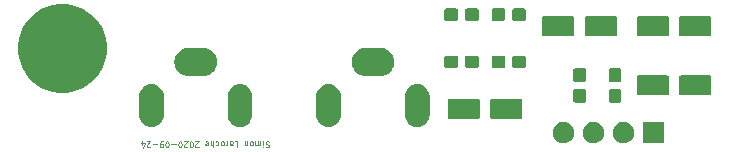
<source format=gbr>
%TF.GenerationSoftware,KiCad,Pcbnew,(5.1.6-0-10_14)*%
%TF.CreationDate,2020-09-24T20:20:29-04:00*%
%TF.ProjectId,zn-2 stereo breakout,7a6e2d32-2073-4746-9572-656f20627265,rev?*%
%TF.SameCoordinates,Original*%
%TF.FileFunction,Soldermask,Top*%
%TF.FilePolarity,Negative*%
%FSLAX46Y46*%
G04 Gerber Fmt 4.6, Leading zero omitted, Abs format (unit mm)*
G04 Created by KiCad (PCBNEW (5.1.6-0-10_14)) date 2020-09-24 20:20:29*
%MOMM*%
%LPD*%
G01*
G04 APERTURE LIST*
%ADD10C,0.125000*%
%ADD11C,0.100000*%
G04 APERTURE END LIST*
D10*
X117716666Y-54766619D02*
X117645238Y-54742809D01*
X117526190Y-54742809D01*
X117478571Y-54766619D01*
X117454761Y-54790428D01*
X117430952Y-54838047D01*
X117430952Y-54885666D01*
X117454761Y-54933285D01*
X117478571Y-54957095D01*
X117526190Y-54980904D01*
X117621428Y-55004714D01*
X117669047Y-55028523D01*
X117692857Y-55052333D01*
X117716666Y-55099952D01*
X117716666Y-55147571D01*
X117692857Y-55195190D01*
X117669047Y-55219000D01*
X117621428Y-55242809D01*
X117502380Y-55242809D01*
X117430952Y-55219000D01*
X117216666Y-54742809D02*
X117216666Y-55076142D01*
X117216666Y-55242809D02*
X117240476Y-55219000D01*
X117216666Y-55195190D01*
X117192857Y-55219000D01*
X117216666Y-55242809D01*
X117216666Y-55195190D01*
X116978571Y-54742809D02*
X116978571Y-55076142D01*
X116978571Y-55028523D02*
X116954761Y-55052333D01*
X116907142Y-55076142D01*
X116835714Y-55076142D01*
X116788095Y-55052333D01*
X116764285Y-55004714D01*
X116764285Y-54742809D01*
X116764285Y-55004714D02*
X116740476Y-55052333D01*
X116692857Y-55076142D01*
X116621428Y-55076142D01*
X116573809Y-55052333D01*
X116550000Y-55004714D01*
X116550000Y-54742809D01*
X116240476Y-54742809D02*
X116288095Y-54766619D01*
X116311904Y-54790428D01*
X116335714Y-54838047D01*
X116335714Y-54980904D01*
X116311904Y-55028523D01*
X116288095Y-55052333D01*
X116240476Y-55076142D01*
X116169047Y-55076142D01*
X116121428Y-55052333D01*
X116097619Y-55028523D01*
X116073809Y-54980904D01*
X116073809Y-54838047D01*
X116097619Y-54790428D01*
X116121428Y-54766619D01*
X116169047Y-54742809D01*
X116240476Y-54742809D01*
X115859523Y-55076142D02*
X115859523Y-54742809D01*
X115859523Y-55028523D02*
X115835714Y-55052333D01*
X115788095Y-55076142D01*
X115716666Y-55076142D01*
X115669047Y-55052333D01*
X115645238Y-55004714D01*
X115645238Y-54742809D01*
X114788095Y-54742809D02*
X115026190Y-54742809D01*
X115026190Y-55242809D01*
X114407142Y-54742809D02*
X114407142Y-55004714D01*
X114430952Y-55052333D01*
X114478571Y-55076142D01*
X114573809Y-55076142D01*
X114621428Y-55052333D01*
X114407142Y-54766619D02*
X114454761Y-54742809D01*
X114573809Y-54742809D01*
X114621428Y-54766619D01*
X114645238Y-54814238D01*
X114645238Y-54861857D01*
X114621428Y-54909476D01*
X114573809Y-54933285D01*
X114454761Y-54933285D01*
X114407142Y-54957095D01*
X114169047Y-54742809D02*
X114169047Y-55076142D01*
X114169047Y-54980904D02*
X114145238Y-55028523D01*
X114121428Y-55052333D01*
X114073809Y-55076142D01*
X114026190Y-55076142D01*
X113788095Y-54742809D02*
X113835714Y-54766619D01*
X113859523Y-54790428D01*
X113883333Y-54838047D01*
X113883333Y-54980904D01*
X113859523Y-55028523D01*
X113835714Y-55052333D01*
X113788095Y-55076142D01*
X113716666Y-55076142D01*
X113669047Y-55052333D01*
X113645238Y-55028523D01*
X113621428Y-54980904D01*
X113621428Y-54838047D01*
X113645238Y-54790428D01*
X113669047Y-54766619D01*
X113716666Y-54742809D01*
X113788095Y-54742809D01*
X113192857Y-54766619D02*
X113240476Y-54742809D01*
X113335714Y-54742809D01*
X113383333Y-54766619D01*
X113407142Y-54790428D01*
X113430952Y-54838047D01*
X113430952Y-54980904D01*
X113407142Y-55028523D01*
X113383333Y-55052333D01*
X113335714Y-55076142D01*
X113240476Y-55076142D01*
X113192857Y-55052333D01*
X112978571Y-54742809D02*
X112978571Y-55242809D01*
X112764285Y-54742809D02*
X112764285Y-55004714D01*
X112788095Y-55052333D01*
X112835714Y-55076142D01*
X112907142Y-55076142D01*
X112954761Y-55052333D01*
X112978571Y-55028523D01*
X112335714Y-54766619D02*
X112383333Y-54742809D01*
X112478571Y-54742809D01*
X112526190Y-54766619D01*
X112550000Y-54814238D01*
X112550000Y-55004714D01*
X112526190Y-55052333D01*
X112478571Y-55076142D01*
X112383333Y-55076142D01*
X112335714Y-55052333D01*
X112311904Y-55004714D01*
X112311904Y-54957095D01*
X112550000Y-54909476D01*
X111740476Y-55195190D02*
X111716666Y-55219000D01*
X111669047Y-55242809D01*
X111550000Y-55242809D01*
X111502380Y-55219000D01*
X111478571Y-55195190D01*
X111454761Y-55147571D01*
X111454761Y-55099952D01*
X111478571Y-55028523D01*
X111764285Y-54742809D01*
X111454761Y-54742809D01*
X111145238Y-55242809D02*
X111097619Y-55242809D01*
X111050000Y-55219000D01*
X111026190Y-55195190D01*
X111002380Y-55147571D01*
X110978571Y-55052333D01*
X110978571Y-54933285D01*
X111002380Y-54838047D01*
X111026190Y-54790428D01*
X111050000Y-54766619D01*
X111097619Y-54742809D01*
X111145238Y-54742809D01*
X111192857Y-54766619D01*
X111216666Y-54790428D01*
X111240476Y-54838047D01*
X111264285Y-54933285D01*
X111264285Y-55052333D01*
X111240476Y-55147571D01*
X111216666Y-55195190D01*
X111192857Y-55219000D01*
X111145238Y-55242809D01*
X110788095Y-55195190D02*
X110764285Y-55219000D01*
X110716666Y-55242809D01*
X110597619Y-55242809D01*
X110550000Y-55219000D01*
X110526190Y-55195190D01*
X110502380Y-55147571D01*
X110502380Y-55099952D01*
X110526190Y-55028523D01*
X110811904Y-54742809D01*
X110502380Y-54742809D01*
X110192857Y-55242809D02*
X110145238Y-55242809D01*
X110097619Y-55219000D01*
X110073809Y-55195190D01*
X110050000Y-55147571D01*
X110026190Y-55052333D01*
X110026190Y-54933285D01*
X110050000Y-54838047D01*
X110073809Y-54790428D01*
X110097619Y-54766619D01*
X110145238Y-54742809D01*
X110192857Y-54742809D01*
X110240476Y-54766619D01*
X110264285Y-54790428D01*
X110288095Y-54838047D01*
X110311904Y-54933285D01*
X110311904Y-55052333D01*
X110288095Y-55147571D01*
X110264285Y-55195190D01*
X110240476Y-55219000D01*
X110192857Y-55242809D01*
X109811904Y-54933285D02*
X109430952Y-54933285D01*
X109097619Y-55242809D02*
X109050000Y-55242809D01*
X109002380Y-55219000D01*
X108978571Y-55195190D01*
X108954761Y-55147571D01*
X108930952Y-55052333D01*
X108930952Y-54933285D01*
X108954761Y-54838047D01*
X108978571Y-54790428D01*
X109002380Y-54766619D01*
X109050000Y-54742809D01*
X109097619Y-54742809D01*
X109145238Y-54766619D01*
X109169047Y-54790428D01*
X109192857Y-54838047D01*
X109216666Y-54933285D01*
X109216666Y-55052333D01*
X109192857Y-55147571D01*
X109169047Y-55195190D01*
X109145238Y-55219000D01*
X109097619Y-55242809D01*
X108692857Y-54742809D02*
X108597619Y-54742809D01*
X108550000Y-54766619D01*
X108526190Y-54790428D01*
X108478571Y-54861857D01*
X108454761Y-54957095D01*
X108454761Y-55147571D01*
X108478571Y-55195190D01*
X108502380Y-55219000D01*
X108550000Y-55242809D01*
X108645238Y-55242809D01*
X108692857Y-55219000D01*
X108716666Y-55195190D01*
X108740476Y-55147571D01*
X108740476Y-55028523D01*
X108716666Y-54980904D01*
X108692857Y-54957095D01*
X108645238Y-54933285D01*
X108550000Y-54933285D01*
X108502380Y-54957095D01*
X108478571Y-54980904D01*
X108454761Y-55028523D01*
X108240476Y-54933285D02*
X107859523Y-54933285D01*
X107645238Y-55195190D02*
X107621428Y-55219000D01*
X107573809Y-55242809D01*
X107454761Y-55242809D01*
X107407142Y-55219000D01*
X107383333Y-55195190D01*
X107359523Y-55147571D01*
X107359523Y-55099952D01*
X107383333Y-55028523D01*
X107669047Y-54742809D01*
X107359523Y-54742809D01*
X106930952Y-55076142D02*
X106930952Y-54742809D01*
X107050000Y-55266619D02*
X107169047Y-54909476D01*
X106859523Y-54909476D01*
D11*
G36*
X151150000Y-54900000D02*
G01*
X149350000Y-54900000D01*
X149350000Y-53100000D01*
X151150000Y-53100000D01*
X151150000Y-54900000D01*
G37*
G36*
X147972520Y-53134586D02*
G01*
X148136310Y-53202430D01*
X148283717Y-53300924D01*
X148409076Y-53426283D01*
X148507570Y-53573690D01*
X148575414Y-53737480D01*
X148610000Y-53911358D01*
X148610000Y-54088642D01*
X148575414Y-54262520D01*
X148507570Y-54426310D01*
X148409076Y-54573717D01*
X148283717Y-54699076D01*
X148136310Y-54797570D01*
X147972520Y-54865414D01*
X147798642Y-54900000D01*
X147621358Y-54900000D01*
X147447480Y-54865414D01*
X147283690Y-54797570D01*
X147136283Y-54699076D01*
X147010924Y-54573717D01*
X146912430Y-54426310D01*
X146844586Y-54262520D01*
X146810000Y-54088642D01*
X146810000Y-53911358D01*
X146844586Y-53737480D01*
X146912430Y-53573690D01*
X147010924Y-53426283D01*
X147136283Y-53300924D01*
X147283690Y-53202430D01*
X147447480Y-53134586D01*
X147621358Y-53100000D01*
X147798642Y-53100000D01*
X147972520Y-53134586D01*
G37*
G36*
X145432520Y-53134586D02*
G01*
X145596310Y-53202430D01*
X145743717Y-53300924D01*
X145869076Y-53426283D01*
X145967570Y-53573690D01*
X146035414Y-53737480D01*
X146070000Y-53911358D01*
X146070000Y-54088642D01*
X146035414Y-54262520D01*
X145967570Y-54426310D01*
X145869076Y-54573717D01*
X145743717Y-54699076D01*
X145596310Y-54797570D01*
X145432520Y-54865414D01*
X145258642Y-54900000D01*
X145081358Y-54900000D01*
X144907480Y-54865414D01*
X144743690Y-54797570D01*
X144596283Y-54699076D01*
X144470924Y-54573717D01*
X144372430Y-54426310D01*
X144304586Y-54262520D01*
X144270000Y-54088642D01*
X144270000Y-53911358D01*
X144304586Y-53737480D01*
X144372430Y-53573690D01*
X144470924Y-53426283D01*
X144596283Y-53300924D01*
X144743690Y-53202430D01*
X144907480Y-53134586D01*
X145081358Y-53100000D01*
X145258642Y-53100000D01*
X145432520Y-53134586D01*
G37*
G36*
X142892520Y-53134586D02*
G01*
X143056310Y-53202430D01*
X143203717Y-53300924D01*
X143329076Y-53426283D01*
X143427570Y-53573690D01*
X143495414Y-53737480D01*
X143530000Y-53911358D01*
X143530000Y-54088642D01*
X143495414Y-54262520D01*
X143427570Y-54426310D01*
X143329076Y-54573717D01*
X143203717Y-54699076D01*
X143056310Y-54797570D01*
X142892520Y-54865414D01*
X142718642Y-54900000D01*
X142541358Y-54900000D01*
X142367480Y-54865414D01*
X142203690Y-54797570D01*
X142056283Y-54699076D01*
X141930924Y-54573717D01*
X141832430Y-54426310D01*
X141764586Y-54262520D01*
X141730000Y-54088642D01*
X141730000Y-53911358D01*
X141764586Y-53737480D01*
X141832430Y-53573690D01*
X141930924Y-53426283D01*
X142056283Y-53300924D01*
X142203690Y-53202430D01*
X142367480Y-53134586D01*
X142541358Y-53100000D01*
X142718642Y-53100000D01*
X142892520Y-53134586D01*
G37*
G36*
X107955837Y-49915193D02*
G01*
X108153763Y-49975233D01*
X108336171Y-50072732D01*
X108496054Y-50203946D01*
X108627268Y-50363829D01*
X108724767Y-50546237D01*
X108784807Y-50744163D01*
X108800000Y-50898422D01*
X108800000Y-52501578D01*
X108784807Y-52655837D01*
X108724767Y-52853763D01*
X108627268Y-53036171D01*
X108574884Y-53100000D01*
X108496054Y-53196054D01*
X108336171Y-53327267D01*
X108244966Y-53376017D01*
X108153762Y-53424767D01*
X107955836Y-53484807D01*
X107750000Y-53505080D01*
X107544163Y-53484807D01*
X107346237Y-53424767D01*
X107163829Y-53327268D01*
X107003946Y-53196054D01*
X106953501Y-53134587D01*
X106872733Y-53036171D01*
X106775234Y-52853763D01*
X106775233Y-52853762D01*
X106715193Y-52655836D01*
X106700000Y-52501577D01*
X106700000Y-50898422D01*
X106715193Y-50744164D01*
X106775234Y-50546238D01*
X106872733Y-50363829D01*
X107003947Y-50203946D01*
X107163830Y-50072732D01*
X107346238Y-49975233D01*
X107544164Y-49915193D01*
X107750000Y-49894920D01*
X107955837Y-49915193D01*
G37*
G36*
X115455837Y-49915193D02*
G01*
X115653763Y-49975233D01*
X115836171Y-50072732D01*
X115996054Y-50203946D01*
X116127268Y-50363829D01*
X116224767Y-50546237D01*
X116284807Y-50744163D01*
X116300000Y-50898422D01*
X116300000Y-52501578D01*
X116284807Y-52655837D01*
X116224767Y-52853763D01*
X116127268Y-53036171D01*
X116074884Y-53100000D01*
X115996054Y-53196054D01*
X115836171Y-53327267D01*
X115744966Y-53376017D01*
X115653762Y-53424767D01*
X115455836Y-53484807D01*
X115250000Y-53505080D01*
X115044163Y-53484807D01*
X114846237Y-53424767D01*
X114663829Y-53327268D01*
X114503946Y-53196054D01*
X114453501Y-53134587D01*
X114372733Y-53036171D01*
X114275234Y-52853763D01*
X114275233Y-52853762D01*
X114215193Y-52655836D01*
X114200000Y-52501577D01*
X114200000Y-50898422D01*
X114215193Y-50744164D01*
X114275234Y-50546238D01*
X114372733Y-50363829D01*
X114503947Y-50203946D01*
X114663830Y-50072732D01*
X114846238Y-49975233D01*
X115044164Y-49915193D01*
X115250000Y-49894920D01*
X115455837Y-49915193D01*
G37*
G36*
X122955837Y-49915193D02*
G01*
X123153763Y-49975233D01*
X123336171Y-50072732D01*
X123496054Y-50203946D01*
X123627268Y-50363829D01*
X123724767Y-50546237D01*
X123784807Y-50744163D01*
X123800000Y-50898422D01*
X123800000Y-52501578D01*
X123784807Y-52655837D01*
X123724767Y-52853763D01*
X123627268Y-53036171D01*
X123574884Y-53100000D01*
X123496054Y-53196054D01*
X123336171Y-53327267D01*
X123244966Y-53376017D01*
X123153762Y-53424767D01*
X122955836Y-53484807D01*
X122750000Y-53505080D01*
X122544163Y-53484807D01*
X122346237Y-53424767D01*
X122163829Y-53327268D01*
X122003946Y-53196054D01*
X121953501Y-53134587D01*
X121872733Y-53036171D01*
X121775234Y-52853763D01*
X121775233Y-52853762D01*
X121715193Y-52655836D01*
X121700000Y-52501577D01*
X121700000Y-50898422D01*
X121715193Y-50744164D01*
X121775234Y-50546238D01*
X121872733Y-50363829D01*
X122003947Y-50203946D01*
X122163830Y-50072732D01*
X122346238Y-49975233D01*
X122544164Y-49915193D01*
X122750000Y-49894920D01*
X122955837Y-49915193D01*
G37*
G36*
X130455837Y-49915193D02*
G01*
X130653763Y-49975233D01*
X130836171Y-50072732D01*
X130996054Y-50203946D01*
X131127268Y-50363829D01*
X131224767Y-50546237D01*
X131284807Y-50744163D01*
X131300000Y-50898422D01*
X131300000Y-52501578D01*
X131284807Y-52655837D01*
X131224767Y-52853763D01*
X131127268Y-53036171D01*
X131074884Y-53100000D01*
X130996054Y-53196054D01*
X130836171Y-53327267D01*
X130744966Y-53376017D01*
X130653762Y-53424767D01*
X130455836Y-53484807D01*
X130250000Y-53505080D01*
X130044163Y-53484807D01*
X129846237Y-53424767D01*
X129663829Y-53327268D01*
X129503946Y-53196054D01*
X129453501Y-53134587D01*
X129372733Y-53036171D01*
X129275234Y-52853763D01*
X129275233Y-52853762D01*
X129215193Y-52655836D01*
X129200000Y-52501577D01*
X129200000Y-50898422D01*
X129215193Y-50744164D01*
X129275234Y-50546238D01*
X129372733Y-50363829D01*
X129503947Y-50203946D01*
X129663830Y-50072732D01*
X129846238Y-49975233D01*
X130044164Y-49915193D01*
X130250000Y-49894920D01*
X130455837Y-49915193D01*
G37*
G36*
X135446684Y-51153411D02*
G01*
X135470536Y-51160647D01*
X135492520Y-51172397D01*
X135511789Y-51188211D01*
X135527603Y-51207480D01*
X135539353Y-51229464D01*
X135546589Y-51253316D01*
X135550000Y-51287952D01*
X135550000Y-52712048D01*
X135546589Y-52746684D01*
X135539353Y-52770536D01*
X135527603Y-52792520D01*
X135511789Y-52811789D01*
X135492520Y-52827603D01*
X135470536Y-52839353D01*
X135446684Y-52846589D01*
X135412048Y-52850000D01*
X132987952Y-52850000D01*
X132953316Y-52846589D01*
X132929464Y-52839353D01*
X132907480Y-52827603D01*
X132888211Y-52811789D01*
X132872397Y-52792520D01*
X132860647Y-52770536D01*
X132853411Y-52746684D01*
X132850000Y-52712048D01*
X132850000Y-51287952D01*
X132853411Y-51253316D01*
X132860647Y-51229464D01*
X132872397Y-51207480D01*
X132888211Y-51188211D01*
X132907480Y-51172397D01*
X132929464Y-51160647D01*
X132953316Y-51153411D01*
X132987952Y-51150000D01*
X135412048Y-51150000D01*
X135446684Y-51153411D01*
G37*
G36*
X139046684Y-51153411D02*
G01*
X139070536Y-51160647D01*
X139092520Y-51172397D01*
X139111789Y-51188211D01*
X139127603Y-51207480D01*
X139139353Y-51229464D01*
X139146589Y-51253316D01*
X139150000Y-51287952D01*
X139150000Y-52712048D01*
X139146589Y-52746684D01*
X139139353Y-52770536D01*
X139127603Y-52792520D01*
X139111789Y-52811789D01*
X139092520Y-52827603D01*
X139070536Y-52839353D01*
X139046684Y-52846589D01*
X139012048Y-52850000D01*
X136587952Y-52850000D01*
X136553316Y-52846589D01*
X136529464Y-52839353D01*
X136507480Y-52827603D01*
X136488211Y-52811789D01*
X136472397Y-52792520D01*
X136460647Y-52770536D01*
X136453411Y-52746684D01*
X136450000Y-52712048D01*
X136450000Y-51287952D01*
X136453411Y-51253316D01*
X136460647Y-51229464D01*
X136472397Y-51207480D01*
X136488211Y-51188211D01*
X136507480Y-51172397D01*
X136529464Y-51160647D01*
X136553316Y-51153411D01*
X136587952Y-51150000D01*
X139012048Y-51150000D01*
X139046684Y-51153411D01*
G37*
G36*
X147394014Y-50304071D02*
G01*
X147424315Y-50313263D01*
X147452243Y-50328191D01*
X147476721Y-50348279D01*
X147496809Y-50372757D01*
X147511737Y-50400685D01*
X147520929Y-50430986D01*
X147525000Y-50472324D01*
X147525000Y-51277676D01*
X147520929Y-51319014D01*
X147511737Y-51349315D01*
X147496809Y-51377243D01*
X147476721Y-51401721D01*
X147452243Y-51421809D01*
X147424315Y-51436737D01*
X147394014Y-51445929D01*
X147352676Y-51450000D01*
X146647324Y-51450000D01*
X146605986Y-51445929D01*
X146575685Y-51436737D01*
X146547757Y-51421809D01*
X146523279Y-51401721D01*
X146503191Y-51377243D01*
X146488263Y-51349315D01*
X146479071Y-51319014D01*
X146475000Y-51277676D01*
X146475000Y-50472324D01*
X146479071Y-50430986D01*
X146488263Y-50400685D01*
X146503191Y-50372757D01*
X146523279Y-50348279D01*
X146547757Y-50328191D01*
X146575685Y-50313263D01*
X146605986Y-50304071D01*
X146647324Y-50300000D01*
X147352676Y-50300000D01*
X147394014Y-50304071D01*
G37*
G36*
X144394014Y-50304071D02*
G01*
X144424315Y-50313263D01*
X144452243Y-50328191D01*
X144476721Y-50348279D01*
X144496809Y-50372757D01*
X144511737Y-50400685D01*
X144520929Y-50430986D01*
X144525000Y-50472324D01*
X144525000Y-51277676D01*
X144520929Y-51319014D01*
X144511737Y-51349315D01*
X144496809Y-51377243D01*
X144476721Y-51401721D01*
X144452243Y-51421809D01*
X144424315Y-51436737D01*
X144394014Y-51445929D01*
X144352676Y-51450000D01*
X143647324Y-51450000D01*
X143605986Y-51445929D01*
X143575685Y-51436737D01*
X143547757Y-51421809D01*
X143523279Y-51401721D01*
X143503191Y-51377243D01*
X143488263Y-51349315D01*
X143479071Y-51319014D01*
X143475000Y-51277676D01*
X143475000Y-50472324D01*
X143479071Y-50430986D01*
X143488263Y-50400685D01*
X143503191Y-50372757D01*
X143523279Y-50348279D01*
X143547757Y-50328191D01*
X143575685Y-50313263D01*
X143605986Y-50304071D01*
X143647324Y-50300000D01*
X144352676Y-50300000D01*
X144394014Y-50304071D01*
G37*
G36*
X155046684Y-49153411D02*
G01*
X155070536Y-49160647D01*
X155092520Y-49172397D01*
X155111789Y-49188211D01*
X155127603Y-49207480D01*
X155139353Y-49229464D01*
X155146589Y-49253316D01*
X155150000Y-49287952D01*
X155150000Y-50712048D01*
X155146589Y-50746684D01*
X155139353Y-50770536D01*
X155127603Y-50792520D01*
X155111789Y-50811789D01*
X155092520Y-50827603D01*
X155070536Y-50839353D01*
X155046684Y-50846589D01*
X155012048Y-50850000D01*
X152587952Y-50850000D01*
X152553316Y-50846589D01*
X152529464Y-50839353D01*
X152507480Y-50827603D01*
X152488211Y-50811789D01*
X152472397Y-50792520D01*
X152460647Y-50770536D01*
X152453411Y-50746684D01*
X152450000Y-50712048D01*
X152450000Y-49287952D01*
X152453411Y-49253316D01*
X152460647Y-49229464D01*
X152472397Y-49207480D01*
X152488211Y-49188211D01*
X152507480Y-49172397D01*
X152529464Y-49160647D01*
X152553316Y-49153411D01*
X152587952Y-49150000D01*
X155012048Y-49150000D01*
X155046684Y-49153411D01*
G37*
G36*
X151446684Y-49153411D02*
G01*
X151470536Y-49160647D01*
X151492520Y-49172397D01*
X151511789Y-49188211D01*
X151527603Y-49207480D01*
X151539353Y-49229464D01*
X151546589Y-49253316D01*
X151550000Y-49287952D01*
X151550000Y-50712048D01*
X151546589Y-50746684D01*
X151539353Y-50770536D01*
X151527603Y-50792520D01*
X151511789Y-50811789D01*
X151492520Y-50827603D01*
X151470536Y-50839353D01*
X151446684Y-50846589D01*
X151412048Y-50850000D01*
X148987952Y-50850000D01*
X148953316Y-50846589D01*
X148929464Y-50839353D01*
X148907480Y-50827603D01*
X148888211Y-50811789D01*
X148872397Y-50792520D01*
X148860647Y-50770536D01*
X148853411Y-50746684D01*
X148850000Y-50712048D01*
X148850000Y-49287952D01*
X148853411Y-49253316D01*
X148860647Y-49229464D01*
X148872397Y-49207480D01*
X148888211Y-49188211D01*
X148907480Y-49172397D01*
X148929464Y-49160647D01*
X148953316Y-49153411D01*
X148987952Y-49150000D01*
X151412048Y-49150000D01*
X151446684Y-49153411D01*
G37*
G36*
X101296835Y-43257110D02*
G01*
X101979291Y-43539793D01*
X102593486Y-43950185D01*
X103115815Y-44472514D01*
X103526207Y-45086709D01*
X103808890Y-45769165D01*
X103953000Y-46493657D01*
X103953000Y-47232343D01*
X103808890Y-47956835D01*
X103526207Y-48639291D01*
X103115815Y-49253486D01*
X102593486Y-49775815D01*
X101979291Y-50186207D01*
X101296835Y-50468890D01*
X100572343Y-50613000D01*
X99833657Y-50613000D01*
X99109165Y-50468890D01*
X98426709Y-50186207D01*
X97812514Y-49775815D01*
X97290185Y-49253486D01*
X96879793Y-48639291D01*
X96597110Y-47956835D01*
X96453000Y-47232343D01*
X96453000Y-46493657D01*
X96597110Y-45769165D01*
X96879793Y-45086709D01*
X97290185Y-44472514D01*
X97812514Y-43950185D01*
X98426709Y-43539793D01*
X99109165Y-43257110D01*
X99833657Y-43113000D01*
X100572343Y-43113000D01*
X101296835Y-43257110D01*
G37*
G36*
X147394014Y-48554071D02*
G01*
X147424315Y-48563263D01*
X147452243Y-48578191D01*
X147476721Y-48598279D01*
X147496809Y-48622757D01*
X147511737Y-48650685D01*
X147520929Y-48680986D01*
X147525000Y-48722324D01*
X147525000Y-49527676D01*
X147520929Y-49569014D01*
X147511737Y-49599315D01*
X147496809Y-49627243D01*
X147476721Y-49651721D01*
X147452243Y-49671809D01*
X147424315Y-49686737D01*
X147394014Y-49695929D01*
X147352676Y-49700000D01*
X146647324Y-49700000D01*
X146605986Y-49695929D01*
X146575685Y-49686737D01*
X146547757Y-49671809D01*
X146523279Y-49651721D01*
X146503191Y-49627243D01*
X146488263Y-49599315D01*
X146479071Y-49569014D01*
X146475000Y-49527676D01*
X146475000Y-48722324D01*
X146479071Y-48680986D01*
X146488263Y-48650685D01*
X146503191Y-48622757D01*
X146523279Y-48598279D01*
X146547757Y-48578191D01*
X146575685Y-48563263D01*
X146605986Y-48554071D01*
X146647324Y-48550000D01*
X147352676Y-48550000D01*
X147394014Y-48554071D01*
G37*
G36*
X144394014Y-48554071D02*
G01*
X144424315Y-48563263D01*
X144452243Y-48578191D01*
X144476721Y-48598279D01*
X144496809Y-48622757D01*
X144511737Y-48650685D01*
X144520929Y-48680986D01*
X144525000Y-48722324D01*
X144525000Y-49527676D01*
X144520929Y-49569014D01*
X144511737Y-49599315D01*
X144496809Y-49627243D01*
X144476721Y-49651721D01*
X144452243Y-49671809D01*
X144424315Y-49686737D01*
X144394014Y-49695929D01*
X144352676Y-49700000D01*
X143647324Y-49700000D01*
X143605986Y-49695929D01*
X143575685Y-49686737D01*
X143547757Y-49671809D01*
X143523279Y-49651721D01*
X143503191Y-49627243D01*
X143488263Y-49599315D01*
X143479071Y-49569014D01*
X143475000Y-49527676D01*
X143475000Y-48722324D01*
X143479071Y-48680986D01*
X143488263Y-48650685D01*
X143503191Y-48622757D01*
X143523279Y-48598279D01*
X143547757Y-48578191D01*
X143575685Y-48563263D01*
X143605986Y-48554071D01*
X143647324Y-48550000D01*
X144352676Y-48550000D01*
X144394014Y-48554071D01*
G37*
G36*
X112335241Y-46817363D02*
G01*
X112492825Y-46865166D01*
X112561443Y-46885981D01*
X112764019Y-46994260D01*
X112769910Y-46997409D01*
X112952634Y-47147366D01*
X113102591Y-47330090D01*
X113214019Y-47538557D01*
X113229989Y-47591205D01*
X113282637Y-47764759D01*
X113305806Y-48000000D01*
X113282637Y-48235241D01*
X113258833Y-48313711D01*
X113214019Y-48461443D01*
X113133509Y-48612066D01*
X113102591Y-48669910D01*
X112952634Y-48852634D01*
X112826095Y-48956481D01*
X112769910Y-49002591D01*
X112561443Y-49114019D01*
X112492825Y-49134834D01*
X112335241Y-49182637D01*
X112158950Y-49200000D01*
X110841050Y-49200000D01*
X110664759Y-49182637D01*
X110507175Y-49134834D01*
X110438557Y-49114019D01*
X110230090Y-49002591D01*
X110173905Y-48956481D01*
X110047366Y-48852634D01*
X109897409Y-48669910D01*
X109866491Y-48612066D01*
X109785981Y-48461443D01*
X109741167Y-48313711D01*
X109717363Y-48235241D01*
X109694194Y-48000000D01*
X109717363Y-47764759D01*
X109770011Y-47591205D01*
X109785981Y-47538557D01*
X109897409Y-47330090D01*
X110047366Y-47147366D01*
X110230090Y-46997409D01*
X110235981Y-46994260D01*
X110438557Y-46885981D01*
X110507175Y-46865166D01*
X110664759Y-46817363D01*
X110841050Y-46800000D01*
X112158950Y-46800000D01*
X112335241Y-46817363D01*
G37*
G36*
X127335241Y-46817363D02*
G01*
X127492825Y-46865166D01*
X127561443Y-46885981D01*
X127764019Y-46994260D01*
X127769910Y-46997409D01*
X127952634Y-47147366D01*
X128102591Y-47330090D01*
X128214019Y-47538557D01*
X128229989Y-47591205D01*
X128282637Y-47764759D01*
X128305806Y-48000000D01*
X128282637Y-48235241D01*
X128258833Y-48313711D01*
X128214019Y-48461443D01*
X128133509Y-48612066D01*
X128102591Y-48669910D01*
X127952634Y-48852634D01*
X127826095Y-48956481D01*
X127769910Y-49002591D01*
X127561443Y-49114019D01*
X127492825Y-49134834D01*
X127335241Y-49182637D01*
X127158950Y-49200000D01*
X125841050Y-49200000D01*
X125664759Y-49182637D01*
X125507175Y-49134834D01*
X125438557Y-49114019D01*
X125230090Y-49002591D01*
X125173905Y-48956481D01*
X125047366Y-48852634D01*
X124897409Y-48669910D01*
X124866491Y-48612066D01*
X124785981Y-48461443D01*
X124741167Y-48313711D01*
X124717363Y-48235241D01*
X124694194Y-48000000D01*
X124717363Y-47764759D01*
X124770011Y-47591205D01*
X124785981Y-47538557D01*
X124897409Y-47330090D01*
X125047366Y-47147366D01*
X125230090Y-46997409D01*
X125235981Y-46994260D01*
X125438557Y-46885981D01*
X125507175Y-46865166D01*
X125664759Y-46817363D01*
X125841050Y-46800000D01*
X127158950Y-46800000D01*
X127335241Y-46817363D01*
G37*
G36*
X139319014Y-47479071D02*
G01*
X139349315Y-47488263D01*
X139377243Y-47503191D01*
X139401721Y-47523279D01*
X139421809Y-47547757D01*
X139436737Y-47575685D01*
X139445929Y-47605986D01*
X139450000Y-47647324D01*
X139450000Y-48352676D01*
X139445929Y-48394014D01*
X139436737Y-48424315D01*
X139421809Y-48452243D01*
X139401721Y-48476721D01*
X139377243Y-48496809D01*
X139349315Y-48511737D01*
X139319014Y-48520929D01*
X139277676Y-48525000D01*
X138472324Y-48525000D01*
X138430986Y-48520929D01*
X138400685Y-48511737D01*
X138372757Y-48496809D01*
X138348279Y-48476721D01*
X138328191Y-48452243D01*
X138313263Y-48424315D01*
X138304071Y-48394014D01*
X138300000Y-48352676D01*
X138300000Y-47647324D01*
X138304071Y-47605986D01*
X138313263Y-47575685D01*
X138328191Y-47547757D01*
X138348279Y-47523279D01*
X138372757Y-47503191D01*
X138400685Y-47488263D01*
X138430986Y-47479071D01*
X138472324Y-47475000D01*
X139277676Y-47475000D01*
X139319014Y-47479071D01*
G37*
G36*
X137569014Y-47479071D02*
G01*
X137599315Y-47488263D01*
X137627243Y-47503191D01*
X137651721Y-47523279D01*
X137671809Y-47547757D01*
X137686737Y-47575685D01*
X137695929Y-47605986D01*
X137700000Y-47647324D01*
X137700000Y-48352676D01*
X137695929Y-48394014D01*
X137686737Y-48424315D01*
X137671809Y-48452243D01*
X137651721Y-48476721D01*
X137627243Y-48496809D01*
X137599315Y-48511737D01*
X137569014Y-48520929D01*
X137527676Y-48525000D01*
X136722324Y-48525000D01*
X136680986Y-48520929D01*
X136650685Y-48511737D01*
X136622757Y-48496809D01*
X136598279Y-48476721D01*
X136578191Y-48452243D01*
X136563263Y-48424315D01*
X136554071Y-48394014D01*
X136550000Y-48352676D01*
X136550000Y-47647324D01*
X136554071Y-47605986D01*
X136563263Y-47575685D01*
X136578191Y-47547757D01*
X136598279Y-47523279D01*
X136622757Y-47503191D01*
X136650685Y-47488263D01*
X136680986Y-47479071D01*
X136722324Y-47475000D01*
X137527676Y-47475000D01*
X137569014Y-47479071D01*
G37*
G36*
X135319014Y-47479071D02*
G01*
X135349315Y-47488263D01*
X135377243Y-47503191D01*
X135401721Y-47523279D01*
X135421809Y-47547757D01*
X135436737Y-47575685D01*
X135445929Y-47605986D01*
X135450000Y-47647324D01*
X135450000Y-48352676D01*
X135445929Y-48394014D01*
X135436737Y-48424315D01*
X135421809Y-48452243D01*
X135401721Y-48476721D01*
X135377243Y-48496809D01*
X135349315Y-48511737D01*
X135319014Y-48520929D01*
X135277676Y-48525000D01*
X134472324Y-48525000D01*
X134430986Y-48520929D01*
X134400685Y-48511737D01*
X134372757Y-48496809D01*
X134348279Y-48476721D01*
X134328191Y-48452243D01*
X134313263Y-48424315D01*
X134304071Y-48394014D01*
X134300000Y-48352676D01*
X134300000Y-47647324D01*
X134304071Y-47605986D01*
X134313263Y-47575685D01*
X134328191Y-47547757D01*
X134348279Y-47523279D01*
X134372757Y-47503191D01*
X134400685Y-47488263D01*
X134430986Y-47479071D01*
X134472324Y-47475000D01*
X135277676Y-47475000D01*
X135319014Y-47479071D01*
G37*
G36*
X133569014Y-47479071D02*
G01*
X133599315Y-47488263D01*
X133627243Y-47503191D01*
X133651721Y-47523279D01*
X133671809Y-47547757D01*
X133686737Y-47575685D01*
X133695929Y-47605986D01*
X133700000Y-47647324D01*
X133700000Y-48352676D01*
X133695929Y-48394014D01*
X133686737Y-48424315D01*
X133671809Y-48452243D01*
X133651721Y-48476721D01*
X133627243Y-48496809D01*
X133599315Y-48511737D01*
X133569014Y-48520929D01*
X133527676Y-48525000D01*
X132722324Y-48525000D01*
X132680986Y-48520929D01*
X132650685Y-48511737D01*
X132622757Y-48496809D01*
X132598279Y-48476721D01*
X132578191Y-48452243D01*
X132563263Y-48424315D01*
X132554071Y-48394014D01*
X132550000Y-48352676D01*
X132550000Y-47647324D01*
X132554071Y-47605986D01*
X132563263Y-47575685D01*
X132578191Y-47547757D01*
X132598279Y-47523279D01*
X132622757Y-47503191D01*
X132650685Y-47488263D01*
X132680986Y-47479071D01*
X132722324Y-47475000D01*
X133527676Y-47475000D01*
X133569014Y-47479071D01*
G37*
G36*
X143446684Y-44153411D02*
G01*
X143470536Y-44160647D01*
X143492520Y-44172397D01*
X143511789Y-44188211D01*
X143527603Y-44207480D01*
X143539353Y-44229464D01*
X143546589Y-44253316D01*
X143550000Y-44287952D01*
X143550000Y-45712048D01*
X143546589Y-45746684D01*
X143539353Y-45770536D01*
X143527603Y-45792520D01*
X143511789Y-45811789D01*
X143492520Y-45827603D01*
X143470536Y-45839353D01*
X143446684Y-45846589D01*
X143412048Y-45850000D01*
X140987952Y-45850000D01*
X140953316Y-45846589D01*
X140929464Y-45839353D01*
X140907480Y-45827603D01*
X140888211Y-45811789D01*
X140872397Y-45792520D01*
X140860647Y-45770536D01*
X140853411Y-45746684D01*
X140850000Y-45712048D01*
X140850000Y-44287952D01*
X140853411Y-44253316D01*
X140860647Y-44229464D01*
X140872397Y-44207480D01*
X140888211Y-44188211D01*
X140907480Y-44172397D01*
X140929464Y-44160647D01*
X140953316Y-44153411D01*
X140987952Y-44150000D01*
X143412048Y-44150000D01*
X143446684Y-44153411D01*
G37*
G36*
X147046684Y-44153411D02*
G01*
X147070536Y-44160647D01*
X147092520Y-44172397D01*
X147111789Y-44188211D01*
X147127603Y-44207480D01*
X147139353Y-44229464D01*
X147146589Y-44253316D01*
X147150000Y-44287952D01*
X147150000Y-45712048D01*
X147146589Y-45746684D01*
X147139353Y-45770536D01*
X147127603Y-45792520D01*
X147111789Y-45811789D01*
X147092520Y-45827603D01*
X147070536Y-45839353D01*
X147046684Y-45846589D01*
X147012048Y-45850000D01*
X144587952Y-45850000D01*
X144553316Y-45846589D01*
X144529464Y-45839353D01*
X144507480Y-45827603D01*
X144488211Y-45811789D01*
X144472397Y-45792520D01*
X144460647Y-45770536D01*
X144453411Y-45746684D01*
X144450000Y-45712048D01*
X144450000Y-44287952D01*
X144453411Y-44253316D01*
X144460647Y-44229464D01*
X144472397Y-44207480D01*
X144488211Y-44188211D01*
X144507480Y-44172397D01*
X144529464Y-44160647D01*
X144553316Y-44153411D01*
X144587952Y-44150000D01*
X147012048Y-44150000D01*
X147046684Y-44153411D01*
G37*
G36*
X155046684Y-44153411D02*
G01*
X155070536Y-44160647D01*
X155092520Y-44172397D01*
X155111789Y-44188211D01*
X155127603Y-44207480D01*
X155139353Y-44229464D01*
X155146589Y-44253316D01*
X155150000Y-44287952D01*
X155150000Y-45712048D01*
X155146589Y-45746684D01*
X155139353Y-45770536D01*
X155127603Y-45792520D01*
X155111789Y-45811789D01*
X155092520Y-45827603D01*
X155070536Y-45839353D01*
X155046684Y-45846589D01*
X155012048Y-45850000D01*
X152587952Y-45850000D01*
X152553316Y-45846589D01*
X152529464Y-45839353D01*
X152507480Y-45827603D01*
X152488211Y-45811789D01*
X152472397Y-45792520D01*
X152460647Y-45770536D01*
X152453411Y-45746684D01*
X152450000Y-45712048D01*
X152450000Y-44287952D01*
X152453411Y-44253316D01*
X152460647Y-44229464D01*
X152472397Y-44207480D01*
X152488211Y-44188211D01*
X152507480Y-44172397D01*
X152529464Y-44160647D01*
X152553316Y-44153411D01*
X152587952Y-44150000D01*
X155012048Y-44150000D01*
X155046684Y-44153411D01*
G37*
G36*
X151446684Y-44153411D02*
G01*
X151470536Y-44160647D01*
X151492520Y-44172397D01*
X151511789Y-44188211D01*
X151527603Y-44207480D01*
X151539353Y-44229464D01*
X151546589Y-44253316D01*
X151550000Y-44287952D01*
X151550000Y-45712048D01*
X151546589Y-45746684D01*
X151539353Y-45770536D01*
X151527603Y-45792520D01*
X151511789Y-45811789D01*
X151492520Y-45827603D01*
X151470536Y-45839353D01*
X151446684Y-45846589D01*
X151412048Y-45850000D01*
X148987952Y-45850000D01*
X148953316Y-45846589D01*
X148929464Y-45839353D01*
X148907480Y-45827603D01*
X148888211Y-45811789D01*
X148872397Y-45792520D01*
X148860647Y-45770536D01*
X148853411Y-45746684D01*
X148850000Y-45712048D01*
X148850000Y-44287952D01*
X148853411Y-44253316D01*
X148860647Y-44229464D01*
X148872397Y-44207480D01*
X148888211Y-44188211D01*
X148907480Y-44172397D01*
X148929464Y-44160647D01*
X148953316Y-44153411D01*
X148987952Y-44150000D01*
X151412048Y-44150000D01*
X151446684Y-44153411D01*
G37*
G36*
X133569014Y-43479071D02*
G01*
X133599315Y-43488263D01*
X133627243Y-43503191D01*
X133651721Y-43523279D01*
X133671809Y-43547757D01*
X133686737Y-43575685D01*
X133695929Y-43605986D01*
X133700000Y-43647324D01*
X133700000Y-44352676D01*
X133695929Y-44394014D01*
X133686737Y-44424315D01*
X133671809Y-44452243D01*
X133651721Y-44476721D01*
X133627243Y-44496809D01*
X133599315Y-44511737D01*
X133569014Y-44520929D01*
X133527676Y-44525000D01*
X132722324Y-44525000D01*
X132680986Y-44520929D01*
X132650685Y-44511737D01*
X132622757Y-44496809D01*
X132598279Y-44476721D01*
X132578191Y-44452243D01*
X132563263Y-44424315D01*
X132554071Y-44394014D01*
X132550000Y-44352676D01*
X132550000Y-43647324D01*
X132554071Y-43605986D01*
X132563263Y-43575685D01*
X132578191Y-43547757D01*
X132598279Y-43523279D01*
X132622757Y-43503191D01*
X132650685Y-43488263D01*
X132680986Y-43479071D01*
X132722324Y-43475000D01*
X133527676Y-43475000D01*
X133569014Y-43479071D01*
G37*
G36*
X139319014Y-43479071D02*
G01*
X139349315Y-43488263D01*
X139377243Y-43503191D01*
X139401721Y-43523279D01*
X139421809Y-43547757D01*
X139436737Y-43575685D01*
X139445929Y-43605986D01*
X139450000Y-43647324D01*
X139450000Y-44352676D01*
X139445929Y-44394014D01*
X139436737Y-44424315D01*
X139421809Y-44452243D01*
X139401721Y-44476721D01*
X139377243Y-44496809D01*
X139349315Y-44511737D01*
X139319014Y-44520929D01*
X139277676Y-44525000D01*
X138472324Y-44525000D01*
X138430986Y-44520929D01*
X138400685Y-44511737D01*
X138372757Y-44496809D01*
X138348279Y-44476721D01*
X138328191Y-44452243D01*
X138313263Y-44424315D01*
X138304071Y-44394014D01*
X138300000Y-44352676D01*
X138300000Y-43647324D01*
X138304071Y-43605986D01*
X138313263Y-43575685D01*
X138328191Y-43547757D01*
X138348279Y-43523279D01*
X138372757Y-43503191D01*
X138400685Y-43488263D01*
X138430986Y-43479071D01*
X138472324Y-43475000D01*
X139277676Y-43475000D01*
X139319014Y-43479071D01*
G37*
G36*
X137569014Y-43479071D02*
G01*
X137599315Y-43488263D01*
X137627243Y-43503191D01*
X137651721Y-43523279D01*
X137671809Y-43547757D01*
X137686737Y-43575685D01*
X137695929Y-43605986D01*
X137700000Y-43647324D01*
X137700000Y-44352676D01*
X137695929Y-44394014D01*
X137686737Y-44424315D01*
X137671809Y-44452243D01*
X137651721Y-44476721D01*
X137627243Y-44496809D01*
X137599315Y-44511737D01*
X137569014Y-44520929D01*
X137527676Y-44525000D01*
X136722324Y-44525000D01*
X136680986Y-44520929D01*
X136650685Y-44511737D01*
X136622757Y-44496809D01*
X136598279Y-44476721D01*
X136578191Y-44452243D01*
X136563263Y-44424315D01*
X136554071Y-44394014D01*
X136550000Y-44352676D01*
X136550000Y-43647324D01*
X136554071Y-43605986D01*
X136563263Y-43575685D01*
X136578191Y-43547757D01*
X136598279Y-43523279D01*
X136622757Y-43503191D01*
X136650685Y-43488263D01*
X136680986Y-43479071D01*
X136722324Y-43475000D01*
X137527676Y-43475000D01*
X137569014Y-43479071D01*
G37*
G36*
X135319014Y-43479071D02*
G01*
X135349315Y-43488263D01*
X135377243Y-43503191D01*
X135401721Y-43523279D01*
X135421809Y-43547757D01*
X135436737Y-43575685D01*
X135445929Y-43605986D01*
X135450000Y-43647324D01*
X135450000Y-44352676D01*
X135445929Y-44394014D01*
X135436737Y-44424315D01*
X135421809Y-44452243D01*
X135401721Y-44476721D01*
X135377243Y-44496809D01*
X135349315Y-44511737D01*
X135319014Y-44520929D01*
X135277676Y-44525000D01*
X134472324Y-44525000D01*
X134430986Y-44520929D01*
X134400685Y-44511737D01*
X134372757Y-44496809D01*
X134348279Y-44476721D01*
X134328191Y-44452243D01*
X134313263Y-44424315D01*
X134304071Y-44394014D01*
X134300000Y-44352676D01*
X134300000Y-43647324D01*
X134304071Y-43605986D01*
X134313263Y-43575685D01*
X134328191Y-43547757D01*
X134348279Y-43523279D01*
X134372757Y-43503191D01*
X134400685Y-43488263D01*
X134430986Y-43479071D01*
X134472324Y-43475000D01*
X135277676Y-43475000D01*
X135319014Y-43479071D01*
G37*
M02*

</source>
